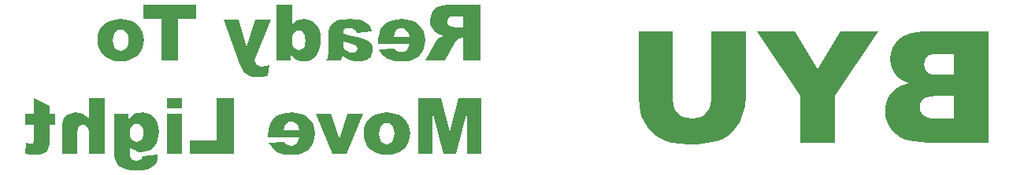
<source format=gbr>
%TF.GenerationSoftware,KiCad,Pcbnew,9.0.4*%
%TF.CreationDate,2025-11-20T22:36:02-07:00*%
%TF.ProjectId,Ready To Drive Light,52656164-7920-4546-9f20-447269766520,rev?*%
%TF.SameCoordinates,Original*%
%TF.FileFunction,Legend,Bot*%
%TF.FilePolarity,Positive*%
%FSLAX46Y46*%
G04 Gerber Fmt 4.6, Leading zero omitted, Abs format (unit mm)*
G04 Created by KiCad (PCBNEW 9.0.4) date 2025-11-20 22:36:02*
%MOMM*%
%LPD*%
G01*
G04 APERTURE LIST*
%ADD10C,2.400000*%
%ADD11C,0.100000*%
G04 APERTURE END LIST*
D10*
G36*
X186762421Y-106360000D02*
G01*
X180351779Y-106360000D01*
X178687752Y-106195868D01*
X177812015Y-106020790D01*
X177277983Y-105801660D01*
X176809255Y-105475997D01*
X176415115Y-105084120D01*
X176089497Y-104620502D01*
X175850114Y-104107009D01*
X175704769Y-103549589D01*
X175654989Y-102938157D01*
X175695148Y-102524898D01*
X179376517Y-102524898D01*
X179422374Y-102889880D01*
X179553196Y-103189823D01*
X179769993Y-103440076D01*
X180055322Y-103613136D01*
X180488007Y-103733767D01*
X181122609Y-103780795D01*
X183015980Y-103780795D01*
X183015980Y-101342274D01*
X181130669Y-101342274D01*
X180483096Y-101387689D01*
X180047811Y-101503237D01*
X179766329Y-101666873D01*
X179550100Y-101905646D01*
X179421269Y-102187065D01*
X179376517Y-102524898D01*
X175695148Y-102524898D01*
X175727336Y-102193672D01*
X175933048Y-101565523D01*
X176266085Y-101030132D01*
X176721313Y-100594156D01*
X177342877Y-100234728D01*
X178171179Y-99958883D01*
X177623048Y-99726375D01*
X177198079Y-99458469D01*
X176875715Y-99158011D01*
X176508110Y-98620567D01*
X176287645Y-98019761D01*
X176273785Y-97894787D01*
X179852058Y-97894787D01*
X179893275Y-98251795D01*
X180007822Y-98530449D01*
X180192044Y-98749148D01*
X180439361Y-98897959D01*
X180824554Y-99003057D01*
X181401046Y-99044438D01*
X183015980Y-99044438D01*
X183015980Y-96793496D01*
X181376866Y-96793496D01*
X180816977Y-96834050D01*
X180438608Y-96937587D01*
X180192044Y-97085122D01*
X180005957Y-97300200D01*
X179892330Y-97565020D01*
X179852058Y-97894787D01*
X176273785Y-97894787D01*
X176211863Y-97336448D01*
X176271298Y-96722582D01*
X176444546Y-96172411D01*
X176731602Y-95672304D01*
X177142428Y-95213000D01*
X177628311Y-94854817D01*
X178219668Y-94587711D01*
X178938148Y-94416494D01*
X179811025Y-94354975D01*
X186762421Y-94354975D01*
X186762421Y-106360000D01*
G37*
G36*
X174923726Y-94354975D02*
G01*
X170799930Y-94354975D01*
X168373866Y-98400369D01*
X165947069Y-94354975D01*
X161848918Y-94354975D01*
X166520795Y-101332016D01*
X166520795Y-106360000D01*
X170243056Y-106360000D01*
X170243056Y-101332016D01*
X174923726Y-94354975D01*
G37*
G36*
X152829762Y-94354975D02*
G01*
X149124354Y-94354975D01*
X149124354Y-101497613D01*
X149208522Y-102537172D01*
X149456280Y-103503824D01*
X149719988Y-104107633D01*
X150065791Y-104655938D01*
X150497487Y-105154661D01*
X150994266Y-105591372D01*
X151489056Y-105918237D01*
X151985659Y-106147508D01*
X152717452Y-106361483D01*
X153576768Y-106498699D01*
X154583914Y-106547578D01*
X155478956Y-106518212D01*
X156498534Y-106424480D01*
X157482189Y-106232810D01*
X158232170Y-105938681D01*
X158890009Y-105506200D01*
X159507117Y-104905533D01*
X160002086Y-104209680D01*
X160297732Y-103523607D01*
X160562750Y-102404909D01*
X160642114Y-101497613D01*
X160642114Y-94354975D01*
X156936706Y-94354975D01*
X156936706Y-101654417D01*
X156870407Y-102284724D01*
X156685957Y-102784761D01*
X156391556Y-103183621D01*
X155996105Y-103481282D01*
X155501550Y-103667193D01*
X154879204Y-103733900D01*
X154261675Y-103668212D01*
X153769572Y-103485008D01*
X153374912Y-103191681D01*
X153081596Y-102797839D01*
X152896657Y-102295976D01*
X152829762Y-101654417D01*
X152829762Y-94354975D01*
G37*
D11*
G36*
X132160694Y-97500000D02*
G01*
X130295533Y-97500000D01*
X130295533Y-95061479D01*
X130131769Y-95061479D01*
X129889752Y-95096631D01*
X129676744Y-95200697D01*
X129536395Y-95346234D01*
X129340788Y-95663782D01*
X128348674Y-97500000D01*
X126250139Y-97500000D01*
X127147732Y-95765265D01*
X127408217Y-95390108D01*
X127596209Y-95171825D01*
X127705338Y-95072836D01*
X127882760Y-94970495D01*
X128188939Y-94850087D01*
X127800775Y-94736929D01*
X127537177Y-94612683D01*
X127304568Y-94445797D01*
X127110374Y-94250720D01*
X126951360Y-94025401D01*
X126835395Y-93775718D01*
X126763340Y-93490879D01*
X126750046Y-93318318D01*
X128602930Y-93318318D01*
X128632345Y-93504008D01*
X128719801Y-93665997D01*
X128853850Y-93788933D01*
X129020952Y-93854309D01*
X129512613Y-93936008D01*
X130295533Y-93936008D01*
X130295533Y-92716748D01*
X129480006Y-92716748D01*
X129140965Y-92739172D01*
X128921903Y-92795157D01*
X128787578Y-92872452D01*
X128687094Y-92987648D01*
X128625116Y-93133150D01*
X128602930Y-93318318D01*
X126750046Y-93318318D01*
X126738136Y-93163712D01*
X126771066Y-92790212D01*
X126865052Y-92469409D01*
X127016939Y-92191381D01*
X127223718Y-91951732D01*
X127466438Y-91771094D01*
X127750401Y-91644766D01*
X128059229Y-91569777D01*
X128487716Y-91517419D01*
X129066015Y-91497487D01*
X132160694Y-91497487D01*
X132160694Y-97500000D01*
G37*
G36*
X124192898Y-93073433D02*
G01*
X124598572Y-93154255D01*
X124952371Y-93282663D01*
X125261646Y-93456477D01*
X125532065Y-93676256D01*
X125814995Y-94011566D01*
X126017290Y-94392055D01*
X126142096Y-94826584D01*
X126185659Y-95327459D01*
X126147539Y-95796458D01*
X126037887Y-96209225D01*
X125859961Y-96575662D01*
X125617914Y-96904087D01*
X125344842Y-97159492D01*
X125038206Y-97350157D01*
X124697984Y-97477026D01*
X124252681Y-97562149D01*
X123677163Y-97593789D01*
X123014490Y-97555652D01*
X122516549Y-97454293D01*
X122148691Y-97305094D01*
X121822315Y-97080586D01*
X121519412Y-96767728D01*
X121238642Y-96351081D01*
X122882152Y-96210397D01*
X123041873Y-96386388D01*
X123173046Y-96485903D01*
X123401628Y-96578460D01*
X123640526Y-96609002D01*
X123886903Y-96576319D01*
X124094098Y-96481877D01*
X124271772Y-96322871D01*
X124365957Y-96180500D01*
X124440026Y-95983906D01*
X124489026Y-95718004D01*
X121144487Y-95718004D01*
X121144487Y-95530425D01*
X121179981Y-94964695D01*
X121189366Y-94920795D01*
X122841120Y-94920795D01*
X124484996Y-94920795D01*
X124410473Y-94566587D01*
X124292288Y-94341573D01*
X124114935Y-94167586D01*
X123906667Y-94065167D01*
X123657013Y-94029797D01*
X123435839Y-94054254D01*
X123253568Y-94123553D01*
X123101605Y-94236427D01*
X122987348Y-94388415D01*
X122898279Y-94609218D01*
X122841120Y-94920795D01*
X121189366Y-94920795D01*
X121277587Y-94508107D01*
X121427320Y-94141172D01*
X121645012Y-93812864D01*
X121917750Y-93542985D01*
X122251273Y-93326378D01*
X122623164Y-93179328D01*
X123106102Y-93081303D01*
X123726622Y-93045010D01*
X124192898Y-93073433D01*
G37*
G36*
X118660885Y-93063033D02*
G01*
X119071231Y-93114619D01*
X119448098Y-93204015D01*
X119702477Y-93310624D01*
X119991353Y-93508024D01*
X120192306Y-93725715D01*
X120335867Y-93993029D01*
X120452424Y-94381507D01*
X118858007Y-94545638D01*
X118736510Y-94296816D01*
X118599720Y-94160956D01*
X118364756Y-94067305D01*
X117984961Y-94029797D01*
X117696295Y-94066248D01*
X117538363Y-94155094D01*
X117448029Y-94310574D01*
X117411235Y-94592533D01*
X118001448Y-94791102D01*
X119218876Y-95055251D01*
X119732094Y-95193341D01*
X120075303Y-95354280D01*
X120292690Y-95530059D01*
X120451927Y-95757984D01*
X120549396Y-96025910D01*
X120583583Y-96344853D01*
X120558021Y-96600093D01*
X120483288Y-96829794D01*
X120358886Y-97039709D01*
X120179849Y-97233653D01*
X119970082Y-97382644D01*
X119710563Y-97494908D01*
X119390749Y-97567524D01*
X118997592Y-97593789D01*
X118609990Y-97572089D01*
X118269170Y-97510195D01*
X117968841Y-97411706D01*
X117655039Y-97237483D01*
X117317079Y-96956681D01*
X117259926Y-97238782D01*
X117136828Y-97500000D01*
X115570987Y-97500000D01*
X115684803Y-97238425D01*
X115741346Y-97054867D01*
X115769065Y-96863856D01*
X115780181Y-96572732D01*
X115780181Y-95698953D01*
X117411235Y-95698953D01*
X117438664Y-95988490D01*
X117511618Y-96197941D01*
X117641753Y-96370029D01*
X117851971Y-96522906D01*
X118100824Y-96622508D01*
X118370376Y-96655896D01*
X118614189Y-96622067D01*
X118774110Y-96532798D01*
X118876705Y-96393044D01*
X118911496Y-96215893D01*
X118877841Y-96057859D01*
X118772278Y-95912909D01*
X118584966Y-95800377D01*
X118128576Y-95650593D01*
X117411235Y-95436636D01*
X117411235Y-95698953D01*
X115780181Y-95698953D01*
X115780181Y-94648953D01*
X115809765Y-94339911D01*
X115903279Y-94003053D01*
X116053884Y-93694897D01*
X116239235Y-93479884D01*
X116453632Y-93325127D01*
X116704311Y-93207971D01*
X116997609Y-93129274D01*
X117489013Y-93068770D01*
X118202215Y-93045010D01*
X118660885Y-93063033D01*
G37*
G36*
X111882798Y-93568178D02*
G01*
X112148091Y-93338241D01*
X112446266Y-93175802D01*
X112776381Y-93078729D01*
X113153349Y-93045010D01*
X113541865Y-93082134D01*
X113885364Y-93189689D01*
X114193047Y-93366746D01*
X114471161Y-93618736D01*
X114686784Y-93917502D01*
X114848271Y-94283205D01*
X114952151Y-94729713D01*
X114989567Y-95274337D01*
X114958073Y-95755919D01*
X114867412Y-96185518D01*
X114721223Y-96570730D01*
X114520254Y-96917847D01*
X114315132Y-97161774D01*
X114081531Y-97347956D01*
X113815905Y-97481859D01*
X113512089Y-97564792D01*
X113161775Y-97593789D01*
X112871396Y-97572277D01*
X112604952Y-97509436D01*
X112358339Y-97406210D01*
X112094885Y-97216365D01*
X111760066Y-96855198D01*
X111760066Y-97500000D01*
X110198255Y-97500000D01*
X110198255Y-95306577D01*
X111870708Y-95306577D01*
X111899474Y-95680270D01*
X111974394Y-95943282D01*
X112083932Y-96123935D01*
X112239697Y-96264475D01*
X112414859Y-96346559D01*
X112616625Y-96374528D01*
X112804627Y-96347188D01*
X112969823Y-96266281D01*
X113118911Y-96126133D01*
X113223579Y-95948044D01*
X113294516Y-95695293D01*
X113321510Y-95343579D01*
X113294445Y-94965147D01*
X113224793Y-94704379D01*
X113124773Y-94530251D01*
X112980113Y-94393370D01*
X112819750Y-94314399D01*
X112637142Y-94287718D01*
X112427376Y-94316158D01*
X112246853Y-94399205D01*
X112087962Y-94540509D01*
X111974291Y-94721786D01*
X111898939Y-94970203D01*
X111870708Y-95306577D01*
X110198255Y-95306577D01*
X110198255Y-91497487D01*
X111882798Y-91497487D01*
X111882798Y-93568178D01*
G37*
G36*
X109666294Y-93138799D02*
G01*
X107903715Y-93138799D01*
X107006123Y-96042236D01*
X106174110Y-93138799D01*
X104530600Y-93138799D01*
X106256175Y-97805914D01*
X106479920Y-98334251D01*
X106680286Y-98678269D01*
X106858845Y-98886322D01*
X107084513Y-99048457D01*
X107370709Y-99171875D01*
X107731098Y-99252552D01*
X108182519Y-99281995D01*
X108591913Y-99262078D01*
X109297365Y-99185642D01*
X109428524Y-98034891D01*
X109054759Y-98124964D01*
X108625087Y-98156524D01*
X108350874Y-98118641D01*
X108147714Y-98014009D01*
X107989845Y-97832589D01*
X107838136Y-97504030D01*
X109666294Y-93138799D01*
G37*
G36*
X101568911Y-91497487D02*
G01*
X95925069Y-91497487D01*
X95925069Y-92974668D01*
X97818806Y-92974668D01*
X97818806Y-97500000D01*
X99675540Y-97500000D01*
X99675540Y-92974668D01*
X101568911Y-92974668D01*
X101568911Y-91497487D01*
G37*
G36*
X93943293Y-93073697D02*
G01*
X94348029Y-93155617D01*
X94704447Y-93286426D01*
X95019328Y-93464406D01*
X95297854Y-93690544D01*
X95591127Y-94034063D01*
X95798852Y-94416322D01*
X95925802Y-94845202D01*
X95969766Y-95331856D01*
X95936496Y-95752251D01*
X95840165Y-96128648D01*
X95682988Y-96468693D01*
X95463113Y-96778266D01*
X95174755Y-97061095D01*
X94839032Y-97287020D01*
X94451032Y-97452821D01*
X94001233Y-97557041D01*
X93477756Y-97593789D01*
X93001271Y-97564875D01*
X92587044Y-97482695D01*
X92226118Y-97352204D01*
X91910941Y-97175689D01*
X91635676Y-96952651D01*
X91345712Y-96611328D01*
X91139719Y-96229262D01*
X91013457Y-95798292D01*
X90969626Y-95306943D01*
X90970126Y-95300715D01*
X92645743Y-95300715D01*
X92676810Y-95704718D01*
X92758041Y-95991665D01*
X92877285Y-96190980D01*
X93047378Y-96345971D01*
X93241998Y-96437068D01*
X93469696Y-96468318D01*
X93694377Y-96436928D01*
X93889142Y-96344808D01*
X94062107Y-96186950D01*
X94184597Y-95984981D01*
X94266686Y-95703472D01*
X94297679Y-95317201D01*
X94266632Y-94936980D01*
X94183991Y-94657197D01*
X94059909Y-94454047D01*
X93885467Y-94295297D01*
X93687399Y-94202288D01*
X93457240Y-94170481D01*
X93240502Y-94201384D01*
X93050468Y-94292616D01*
X92879483Y-94450017D01*
X92757521Y-94650222D01*
X92676271Y-94925970D01*
X92645743Y-95300715D01*
X90970126Y-95300715D01*
X91004940Y-94867309D01*
X91107048Y-94475348D01*
X91273505Y-94122706D01*
X91506350Y-93803018D01*
X91786797Y-93539675D01*
X92115879Y-93331597D01*
X92501010Y-93177370D01*
X92952323Y-93079651D01*
X93482152Y-93045010D01*
X93943293Y-93073697D01*
G37*
G36*
X132205757Y-101577487D02*
G01*
X129762840Y-101577487D01*
X128820184Y-105227208D01*
X127881559Y-101577487D01*
X125447069Y-101577487D01*
X125447069Y-107580000D01*
X126963450Y-107580000D01*
X126963450Y-102997515D01*
X128139846Y-107580000D01*
X129512979Y-107580000D01*
X130684979Y-102997515D01*
X130684979Y-107580000D01*
X132205757Y-107580000D01*
X132205757Y-101577487D01*
G37*
G36*
X122549015Y-103153697D02*
G01*
X122953752Y-103235617D01*
X123310170Y-103366426D01*
X123625050Y-103544406D01*
X123903576Y-103770544D01*
X124196849Y-104114063D01*
X124404574Y-104496322D01*
X124531524Y-104925202D01*
X124575488Y-105411856D01*
X124542218Y-105832251D01*
X124445887Y-106208648D01*
X124288710Y-106548693D01*
X124068836Y-106858266D01*
X123780478Y-107141095D01*
X123444754Y-107367020D01*
X123056754Y-107532821D01*
X122606955Y-107637041D01*
X122083478Y-107673789D01*
X121606993Y-107644875D01*
X121192766Y-107562695D01*
X120831840Y-107432204D01*
X120516663Y-107255689D01*
X120241399Y-107032651D01*
X119951434Y-106691328D01*
X119745441Y-106309262D01*
X119619180Y-105878292D01*
X119575348Y-105386943D01*
X119575848Y-105380715D01*
X121251465Y-105380715D01*
X121282532Y-105784718D01*
X121363764Y-106071665D01*
X121483007Y-106270980D01*
X121653100Y-106425971D01*
X121847720Y-106517068D01*
X122075418Y-106548318D01*
X122300099Y-106516928D01*
X122494864Y-106424808D01*
X122667829Y-106266950D01*
X122790319Y-106064981D01*
X122872409Y-105783472D01*
X122903401Y-105397201D01*
X122872354Y-105016980D01*
X122789714Y-104737197D01*
X122665631Y-104534047D01*
X122491189Y-104375297D01*
X122293121Y-104282288D01*
X122062962Y-104250481D01*
X121846224Y-104281384D01*
X121656190Y-104372616D01*
X121485205Y-104530017D01*
X121363243Y-104730222D01*
X121281994Y-105005970D01*
X121251465Y-105380715D01*
X119575848Y-105380715D01*
X119610662Y-104947309D01*
X119712770Y-104555348D01*
X119879227Y-104202706D01*
X120112072Y-103883018D01*
X120392519Y-103619675D01*
X120721601Y-103411597D01*
X121106732Y-103257370D01*
X121558046Y-103159651D01*
X122087875Y-103125010D01*
X122549015Y-103153697D01*
G37*
G36*
X119555931Y-103218799D02*
G01*
X117817899Y-103218799D01*
X116973429Y-105982651D01*
X116100750Y-103218799D01*
X114415840Y-103218799D01*
X116264515Y-107580000D01*
X117744260Y-107580000D01*
X119555931Y-103218799D01*
G37*
G36*
X112363728Y-103153433D02*
G01*
X112769402Y-103234255D01*
X113123201Y-103362663D01*
X113432477Y-103536477D01*
X113702896Y-103756256D01*
X113985826Y-104091566D01*
X114188120Y-104472055D01*
X114312926Y-104906584D01*
X114356489Y-105407459D01*
X114318369Y-105876458D01*
X114208717Y-106289225D01*
X114030792Y-106655662D01*
X113788744Y-106984087D01*
X113515673Y-107239492D01*
X113209036Y-107430157D01*
X112868814Y-107557026D01*
X112423511Y-107642149D01*
X111847993Y-107673789D01*
X111185320Y-107635652D01*
X110687379Y-107534293D01*
X110319521Y-107385094D01*
X109993145Y-107160586D01*
X109690243Y-106847728D01*
X109409473Y-106431081D01*
X111052983Y-106290397D01*
X111212703Y-106466388D01*
X111343876Y-106565903D01*
X111572458Y-106658460D01*
X111811357Y-106689002D01*
X112057733Y-106656319D01*
X112264929Y-106561877D01*
X112442602Y-106402871D01*
X112536788Y-106260500D01*
X112610856Y-106063906D01*
X112659856Y-105798004D01*
X109315317Y-105798004D01*
X109315317Y-105610425D01*
X109350811Y-105044695D01*
X109360196Y-105000795D01*
X111011950Y-105000795D01*
X112655826Y-105000795D01*
X112581303Y-104646587D01*
X112463119Y-104421573D01*
X112285766Y-104247586D01*
X112077497Y-104145167D01*
X111827843Y-104109797D01*
X111606669Y-104134254D01*
X111424398Y-104203553D01*
X111272435Y-104316427D01*
X111158179Y-104468415D01*
X111069109Y-104689218D01*
X111011950Y-105000795D01*
X109360196Y-105000795D01*
X109448418Y-104588107D01*
X109598150Y-104221172D01*
X109815842Y-103892864D01*
X110088581Y-103622985D01*
X110422103Y-103406378D01*
X110793994Y-103259328D01*
X111276933Y-103161303D01*
X111897452Y-103125010D01*
X112363728Y-103153433D01*
G37*
G36*
X105642882Y-101577487D02*
G01*
X103786147Y-101577487D01*
X103786147Y-106102819D01*
X100888206Y-106102819D01*
X100888206Y-107580000D01*
X105642882Y-107580000D01*
X105642882Y-101577487D01*
G37*
G36*
X100093928Y-101577487D02*
G01*
X98425872Y-101577487D01*
X98425872Y-102702958D01*
X100093928Y-102702958D01*
X100093928Y-101577487D01*
G37*
G36*
X100093928Y-103218799D02*
G01*
X98425872Y-103218799D01*
X98425872Y-107580000D01*
X100093928Y-107580000D01*
X100093928Y-103218799D01*
G37*
G36*
X96174374Y-103160196D02*
G01*
X96512515Y-103261234D01*
X96809626Y-103425684D01*
X97072522Y-103656971D01*
X97277021Y-103934619D01*
X97430128Y-104275515D01*
X97528662Y-104692901D01*
X97564183Y-105203394D01*
X97537265Y-105650893D01*
X97461514Y-106031590D01*
X97342530Y-106355610D01*
X97183164Y-106631482D01*
X96947017Y-106913305D01*
X96691587Y-107123990D01*
X96414360Y-107272047D01*
X96110458Y-107361671D01*
X95773028Y-107392421D01*
X95480321Y-107369628D01*
X95204207Y-107302194D01*
X94941015Y-107189822D01*
X94705085Y-107029259D01*
X94449354Y-106772899D01*
X94449354Y-107436751D01*
X94473960Y-107755306D01*
X94537039Y-107971375D01*
X94627773Y-108113060D01*
X94759009Y-108216466D01*
X94933927Y-108282572D01*
X95166329Y-108306866D01*
X95427820Y-108272837D01*
X95629413Y-108177906D01*
X95734724Y-108063884D01*
X95818091Y-107861367D01*
X97437421Y-107673789D01*
X97445481Y-107897637D01*
X97413402Y-108221813D01*
X97321194Y-108502072D01*
X97170229Y-108747434D01*
X96955652Y-108963757D01*
X96706778Y-109116714D01*
X96347171Y-109241841D01*
X95842990Y-109328810D01*
X95154239Y-109361995D01*
X94597526Y-109334693D01*
X94135746Y-109259047D01*
X93720204Y-109119738D01*
X93402285Y-108925655D01*
X93145049Y-108663927D01*
X92939200Y-108322986D01*
X92808418Y-107941003D01*
X92764811Y-107539333D01*
X92768841Y-107345893D01*
X92768841Y-105322096D01*
X94436898Y-105322096D01*
X94464088Y-105631878D01*
X94537015Y-105862177D01*
X94647923Y-106031744D01*
X94801262Y-106163347D01*
X94973275Y-106240592D01*
X95170725Y-106266950D01*
X95379102Y-106240706D01*
X95552562Y-106165447D01*
X95699389Y-106040170D01*
X95804326Y-105876461D01*
X95873993Y-105650394D01*
X95900157Y-105342247D01*
X95874146Y-104987982D01*
X95806891Y-104741756D01*
X95709647Y-104575446D01*
X95568912Y-104447439D01*
X95401625Y-104370933D01*
X95199302Y-104344270D01*
X94997283Y-104372162D01*
X94819184Y-104454471D01*
X94658182Y-104595963D01*
X94540829Y-104776263D01*
X94464843Y-105012853D01*
X94436898Y-105322096D01*
X92768841Y-105322096D01*
X92768841Y-103218799D01*
X94330286Y-103218799D01*
X94330286Y-103870928D01*
X94536322Y-103618983D01*
X94741552Y-103431308D01*
X94947243Y-103298300D01*
X95173660Y-103206031D01*
X95449656Y-103146480D01*
X95785484Y-103125010D01*
X96174374Y-103160196D01*
G37*
G36*
X91761339Y-101577487D02*
G01*
X90093283Y-101577487D01*
X90093283Y-103787397D01*
X89741387Y-103472582D01*
X89416974Y-103278150D01*
X89060875Y-103165428D01*
X88621598Y-103125010D01*
X88285835Y-103153293D01*
X88001152Y-103233454D01*
X87758153Y-103361818D01*
X87549982Y-103539368D01*
X87389230Y-103755658D01*
X87267154Y-104030314D01*
X87187433Y-104376599D01*
X87158339Y-104811018D01*
X87158339Y-107580000D01*
X88834822Y-107580000D01*
X88834822Y-105187641D01*
X88855598Y-104917274D01*
X88909126Y-104731649D01*
X88986496Y-104608053D01*
X89097957Y-104515590D01*
X89237304Y-104458470D01*
X89412944Y-104438060D01*
X89604392Y-104464110D01*
X89765893Y-104539619D01*
X89904972Y-104667404D01*
X89999259Y-104833387D01*
X90066606Y-105095359D01*
X90093283Y-105490990D01*
X90093283Y-107580000D01*
X91761339Y-107580000D01*
X91761339Y-101577487D01*
G37*
G36*
X84150854Y-101577487D02*
G01*
X84150854Y-103218799D01*
X83232745Y-103218799D01*
X83232745Y-104438060D01*
X84150854Y-104438060D01*
X84150854Y-105990711D01*
X84133958Y-106246296D01*
X84097732Y-106361472D01*
X83989566Y-106464147D01*
X83810868Y-106501423D01*
X83610574Y-106478932D01*
X83294295Y-106394445D01*
X83171196Y-107539333D01*
X83781791Y-107641583D01*
X84327076Y-107673789D01*
X84743839Y-107651837D01*
X85040430Y-107594978D01*
X85245184Y-107514054D01*
X85423835Y-107389681D01*
X85568430Y-107229291D01*
X85681524Y-107027889D01*
X85752018Y-106803202D01*
X85802960Y-106463627D01*
X85822941Y-105972027D01*
X85822941Y-104438060D01*
X86437700Y-104438060D01*
X86437700Y-103218799D01*
X85822941Y-103218799D01*
X85822941Y-102426720D01*
X84150854Y-101577487D01*
G37*
M02*

</source>
